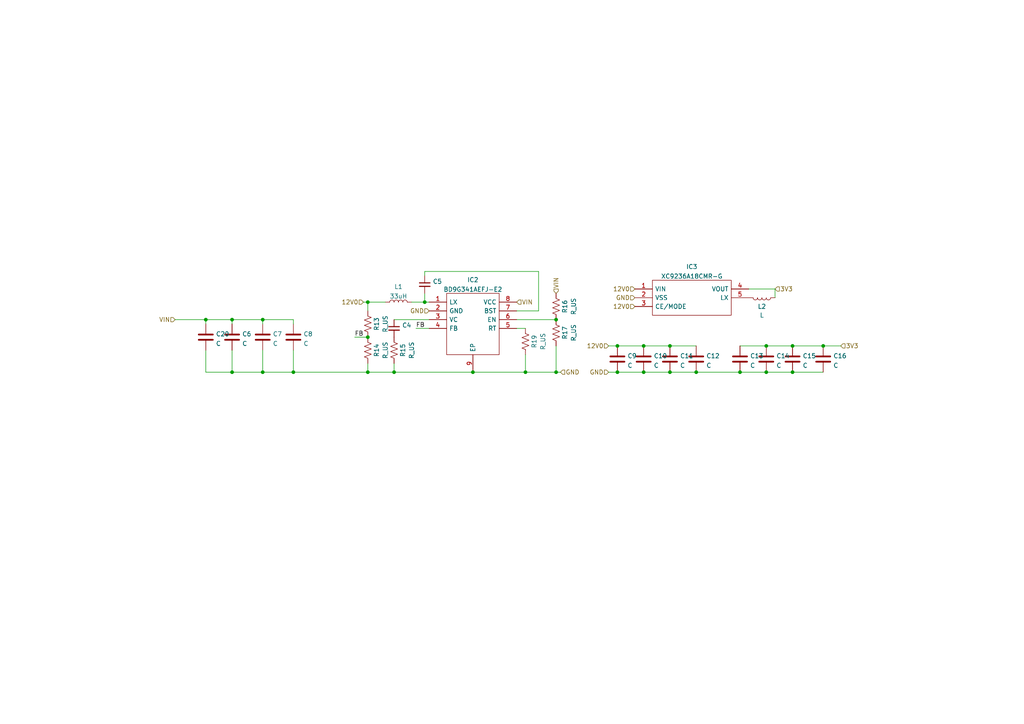
<source format=kicad_sch>
(kicad_sch (version 20211123) (generator eeschema)
  (paper "A4")
  (lib_symbols
    (symbol "Device:C" (pin_numbers hide) (pin_names (offset 0.254))
      (property "Reference" "C" (at 0.635 2.54 0))
      (property "Value" "C" (at 0.635 -2.54 0))
      (symbol "C_0_1"
        (polyline (pts (xy -2.032 -0.762) (xy 2.032 -0.762)) (stroke (width 0.508)))
        (polyline (pts (xy -2.032 0.762) (xy 2.032 0.762)) (stroke (width 0.508)))
      )
      (symbol "C_1_1"
        (pin passive line (at 0 3.81 270) (length 2.794) (name "~") (number "1"))
        (pin passive line (at 0 -3.81 90) (length 2.794) (name "~") (number "2"))
      )
    )
    (symbol "Device:C_Small" (pin_numbers hide) (pin_names (offset 0.254) hide)
      (property "Reference" "C" (at 0.254 1.778 0))
      (property "Value" "C_Small" (at 0.254 -2.032 0))
      (symbol "C_Small_0_1"
        (polyline (pts (xy -1.524 -0.508) (xy 1.524 -0.508)) (stroke (width 0.3302)))
        (polyline (pts (xy -1.524 0.508) (xy 1.524 0.508)) (stroke (width 0.3048)))
      )
      (symbol "C_Small_1_1"
        (pin passive line (at 0 2.54 270) (length 2.032) (name "~") (number "1"))
        (pin passive line (at 0 -2.54 90) (length 2.032) (name "~") (number "2"))
      )
    )
    (symbol "Device:L" (pin_numbers hide) (pin_names (offset 1.016) hide)
      (property "Reference" "L" (at -1.27 0 90))
      (property "Value" "L" (at 1.905 0 90))
      (symbol "L_0_1"
        (arc (start 0 -2.54) (mid 0.635 -1.905) (end 0 -1.27))
        (arc (start 0 -1.27) (mid 0.635 -0.635) (end 0 0))
        (arc (start 0 0) (mid 0.635 0.635) (end 0 1.27))
        (arc (start 0 1.27) (mid 0.635 1.905) (end 0 2.54))
      )
      (symbol "L_1_1"
        (pin passive line (at 0 3.81 270) (length 1.27) (name "1") (number "1"))
        (pin passive line (at 0 -3.81 90) (length 1.27) (name "2") (number "2"))
      )
    )
    (symbol "Device:R_US" (pin_numbers hide) (pin_names (offset 0))
      (property "Reference" "R" (at 2.54 0 90))
      (property "Value" "R_US" (at -2.54 0 90))
      (symbol "R_US_0_1"
        (polyline (pts (xy 0 -2.286) (xy 0 -2.54)))
        (polyline (pts (xy 0 2.286) (xy 0 2.54)))
        (polyline (pts (xy 0 -0.762) (xy 1.016 -1.143) (xy 0 -1.524) (xy -1.016 -1.905) (xy 0 -2.286)))
        (polyline (pts (xy 0 0.762) (xy 1.016 0.381) (xy 0 0) (xy -1.016 -0.381) (xy 0 -0.762)))
        (polyline (pts (xy 0 2.286) (xy 1.016 1.905) (xy 0 1.524) (xy -1.016 1.143) (xy 0 0.762)))
      )
      (symbol "R_US_1_1"
        (pin passive line (at 0 3.81 270) (length 1.27) (name "~") (number "1"))
        (pin passive line (at 0 -3.81 90) (length 1.27) (name "~") (number "2"))
      )
    )
    (symbol "SamacSys_Parts:BD9G341AEFJ-E2" (pin_names (offset 0.762))
      (property "Reference" "IC" (at 21.59 7.62 0))
      (property "Value" "BD9G341AEFJ-E2" (at 21.59 5.08 0))
      (symbol "BD9G341AEFJ-E2_0_0"
        (pin passive line (at 0 0 0) (length 5.08) (name "LX") (number "1"))
        (pin passive line (at 0 -2.54 0) (length 5.08) (name "GND") (number "2"))
        (pin passive line (at 0 -5.08 0) (length 5.08) (name "VC") (number "3"))
        (pin passive line (at 0 -7.62 0) (length 5.08) (name "FB") (number "4"))
        (pin passive line (at 25.4 -7.62 180) (length 5.08) (name "RT") (number "5"))
        (pin passive line (at 25.4 -5.08 180) (length 5.08) (name "EN") (number "6"))
        (pin passive line (at 25.4 -2.54 180) (length 5.08) (name "BST") (number "7"))
        (pin passive line (at 25.4 0 180) (length 5.08) (name "VCC") (number "8"))
        (pin passive line (at 12.7 -20.32 90) (length 5.08) (name "EP") (number "9"))
      )
      (symbol "BD9G341AEFJ-E2_0_1"
        (polyline (pts (xy 5.08 2.54) (xy 20.32 2.54) (xy 20.32 -15.24) (xy 5.08 -15.24) (xy 5.08 2.54)) (stroke (width 0.1524)))
      )
    )
    (symbol "SamacSys_Parts:XC9236A18CMR-G" (pin_names (offset 0.762))
      (property "Reference" "IC" (at 29.21 7.62 0))
      (property "Value" "XC9236A18CMR-G" (at 29.21 5.08 0))
      (symbol "XC9236A18CMR-G_0_0"
        (pin passive line (at 0 0 0) (length 5.08) (name "VIN") (number "1"))
        (pin passive line (at 0 -2.54 0) (length 5.08) (name "VSS") (number "2"))
        (pin passive line (at 0 -5.08 0) (length 5.08) (name "CE/MODE") (number "3"))
        (pin passive line (at 33.02 0 180) (length 5.08) (name "VOUT") (number "4"))
        (pin passive line (at 33.02 -2.54 180) (length 5.08) (name "LX") (number "5"))
      )
      (symbol "XC9236A18CMR-G_0_1"
        (polyline (pts (xy 5.08 2.54) (xy 27.94 2.54) (xy 27.94 -7.62) (xy 5.08 -7.62) (xy 5.08 2.54)) (stroke (width 0.1524)))
      )
    )
  )
  (junction (at 179.07 100.33))
  (junction (at 229.87 107.95))
  (junction (at 179.07 107.95))
  (junction (at 76.2 92.71))
  (junction (at 137.16 107.95))
  (junction (at 186.69 107.95))
  (junction (at 161.29 92.71))
  (junction (at 106.68 87.63))
  (junction (at 214.63 107.95))
  (junction (at 161.29 107.95))
  (junction (at 67.31 92.71))
  (junction (at 106.68 97.79))
  (junction (at 222.25 107.95))
  (junction (at 238.76 100.33))
  (junction (at 114.3 107.95))
  (junction (at 123.19 87.63))
  (junction (at 106.68 107.95))
  (junction (at 229.87 100.33))
  (junction (at 222.25 100.33))
  (junction (at 152.4 107.95))
  (junction (at 194.31 100.33))
  (junction (at 67.31 107.95))
  (junction (at 59.69 92.71))
  (junction (at 85.09 107.95))
  (junction (at 194.31 107.95))
  (junction (at 201.93 107.95))
  (junction (at 186.69 100.33))
  (junction (at 76.2 107.95))
  (wire (pts (xy 214.63 107.95) (xy 222.25 107.95)))
  (wire (pts (xy 85.09 92.71) (xy 76.2 92.71)))
  (wire (pts (xy 124.46 95.25) (xy 120.65 95.25)))
  (wire (pts (xy 85.09 93.98) (xy 85.09 92.71)))
  (wire (pts (xy 224.79 86.36) (xy 224.79 83.82)))
  (wire (pts (xy 123.19 87.63) (xy 124.46 87.63)))
  (wire (pts (xy 106.68 87.63) (xy 111.76 87.63)))
  (wire (pts (xy 76.2 92.71) (xy 67.31 92.71)))
  (wire (pts (xy 67.31 107.95) (xy 59.69 107.95)))
  (wire (pts (xy 67.31 92.71) (xy 67.31 93.98)))
  (wire (pts (xy 162.56 107.95) (xy 161.29 107.95)))
  (wire (pts (xy 76.2 93.98) (xy 76.2 92.71)))
  (wire (pts (xy 106.68 107.95) (xy 106.68 105.41)))
  (wire (pts (xy 105.41 87.63) (xy 106.68 87.63)))
  (wire (pts (xy 194.31 100.33) (xy 201.93 100.33)))
  (wire (pts (xy 149.86 92.71) (xy 161.29 92.71)))
  (wire (pts (xy 137.16 107.95) (xy 152.4 107.95)))
  (wire (pts (xy 194.31 107.95) (xy 201.93 107.95)))
  (wire (pts (xy 152.4 95.25) (xy 149.86 95.25)))
  (wire (pts (xy 201.93 107.95) (xy 214.63 107.95)))
  (wire (pts (xy 67.31 101.6) (xy 67.31 107.95)))
  (wire (pts (xy 137.16 107.95) (xy 114.3 107.95)))
  (wire (pts (xy 119.38 87.63) (xy 123.19 87.63)))
  (wire (pts (xy 59.69 101.6) (xy 59.69 107.95)))
  (wire (pts (xy 222.25 100.33) (xy 229.87 100.33)))
  (wire (pts (xy 76.2 107.95) (xy 85.09 107.95)))
  (wire (pts (xy 67.31 107.95) (xy 76.2 107.95)))
  (wire (pts (xy 156.21 90.17) (xy 156.21 78.74)))
  (wire (pts (xy 156.21 78.74) (xy 123.19 78.74)))
  (wire (pts (xy 50.8 92.71) (xy 59.69 92.71)))
  (wire (pts (xy 114.3 107.95) (xy 114.3 105.41)))
  (wire (pts (xy 149.86 90.17) (xy 156.21 90.17)))
  (wire (pts (xy 161.29 107.95) (xy 152.4 107.95)))
  (wire (pts (xy 106.68 90.17) (xy 106.68 87.63)))
  (wire (pts (xy 186.69 107.95) (xy 194.31 107.95)))
  (wire (pts (xy 217.17 83.82) (xy 224.79 83.82)))
  (wire (pts (xy 161.29 100.33) (xy 161.29 107.95)))
  (wire (pts (xy 85.09 107.95) (xy 106.68 107.95)))
  (wire (pts (xy 179.07 100.33) (xy 186.69 100.33)))
  (wire (pts (xy 124.46 92.71) (xy 114.3 92.71)))
  (wire (pts (xy 229.87 100.33) (xy 238.76 100.33)))
  (wire (pts (xy 123.19 85.09) (xy 123.19 87.63)))
  (wire (pts (xy 106.68 97.79) (xy 102.87 97.79)))
  (wire (pts (xy 238.76 100.33) (xy 243.84 100.33)))
  (wire (pts (xy 85.09 101.6) (xy 85.09 107.95)))
  (wire (pts (xy 59.69 92.71) (xy 67.31 92.71)))
  (wire (pts (xy 59.69 93.98) (xy 59.69 92.71)))
  (wire (pts (xy 179.07 100.33) (xy 176.53 100.33)))
  (wire (pts (xy 214.63 100.33) (xy 222.25 100.33)))
  (wire (pts (xy 179.07 107.95) (xy 176.53 107.95)))
  (wire (pts (xy 179.07 107.95) (xy 186.69 107.95)))
  (wire (pts (xy 152.4 107.95) (xy 152.4 102.87)))
  (wire (pts (xy 222.25 107.95) (xy 229.87 107.95)))
  (wire (pts (xy 186.69 100.33) (xy 194.31 100.33)))
  (wire (pts (xy 123.19 78.74) (xy 123.19 80.01)))
  (wire (pts (xy 229.87 107.95) (xy 238.76 107.95)))
  (wire (pts (xy 76.2 101.6) (xy 76.2 107.95)))
  (wire (pts (xy 114.3 107.95) (xy 106.68 107.95)))
  (label "FB" (at 102.87 97.79 0))
  (label "FB" (at 120.65 95.25 0))
  (hierarchical_label "12V0" (shape input) (at 184.15 83.82 180))
  (hierarchical_label "GND" (shape input) (at 124.46 90.17 180))
  (hierarchical_label "12V0" (shape input) (at 176.53 100.33 180))
  (hierarchical_label "3V3" (shape input) (at 243.84 100.33 0))
  (hierarchical_label "3V3" (shape input) (at 224.79 83.82 0))
  (hierarchical_label "VIN" (shape input) (at 161.29 85.09 90))
  (hierarchical_label "GND" (shape input) (at 184.15 86.36 180))
  (hierarchical_label "VIN" (shape input) (at 50.8 92.71 180))
  (hierarchical_label "GND" (shape input) (at 162.56 107.95 0))
  (hierarchical_label "GND" (shape input) (at 176.53 107.95 180))
  (hierarchical_label "VIN" (shape input) (at 149.86 87.63 0))
  (hierarchical_label "12V0" (shape input) (at 105.41 87.63 180))
  (hierarchical_label "12V0" (shape input) (at 184.15 88.9 180))
  (symbol (lib_id "Device:R_US") (at 114.3 101.6 180) (unit 1)
    (property "Reference" "R15" (at 116.84 101.6 90))
    (property "Value" "R_US" (at 119.38 101.6 90))
    (property "Footprint" "Resistor_SMD:R_0603_1608Metric" (effects hide))
  )
  (symbol (lib_id "SamacSys_Parts:XC9236A18CMR-G") (at 184.15 83.82 0) (unit 1)
    (property "Reference" "IC3" (at 200.66 77.3643 0))
    (property "Value" "XC9236A18CMR-G" (at 200.66 80.1394 0))
    (property "Footprint" "SOT95P280X130-5N" (effects hide))
    (property "Datasheet" "https://www.torexsemi.com/file/xc9235/XC9235-XC9236-XC9237.pdf" (effects hide))
    (property "Description" "Switching Voltage Regulators 600mA PFM/PWM DCDC Converter" (effects hide))
    (property "Height" "1.3" (effects hide))
    (property "Mouser Part Number" "865-XC9236A18CMR-G" (effects hide))
    (property "Mouser Price/Stock" "https://www.mouser.co.uk/ProductDetail/Torex-Semiconductor/XC9236A18CMR-G?qs=AsjdqWjXhJ%2FQrVEHLl1kEA%3D%3D" (effects hide))
    (property "Manufacturer_Name" "Torex" (effects hide))
    (property "Manufacturer_Part_Number" "XC9236A18CMR-G" (effects hide))
  )
  (symbol (lib_id "Device:R_US") (at 152.4 99.06 180) (unit 1)
    (property "Reference" "R19" (at 154.94 99.06 90))
    (property "Value" "R_US" (at 157.48 99.06 90))
    (property "Footprint" "Resistor_SMD:R_0603_1608Metric" (effects hide))
  )
  (symbol (lib_id "Device:C") (at 179.07 104.14 0) (unit 1)
    (property "Reference" "C9" (at 181.991 103.2315 0) (effects (justify left)))
    (property "Value" "C" (at 181.991 106.0066 0) (effects (justify left)))
    (property "Footprint" "Capacitor_SMD:C_0603_1608Metric" (effects hide))
  )
  (symbol (lib_id "Device:C") (at 67.31 97.79 0) (unit 1)
    (property "Reference" "C6" (at 70.231 96.8815 0) (effects (justify left)))
    (property "Value" "C" (at 70.231 99.6566 0) (effects (justify left)))
    (property "Footprint" "Capacitor_SMD:C_1210_3225Metric" (effects hide))
  )
  (symbol (lib_id "Device:R_US") (at 161.29 96.52 180) (unit 1)
    (property "Reference" "R17" (at 163.83 96.52 90))
    (property "Value" "R_US" (at 166.37 96.52 90))
    (property "Footprint" "Resistor_SMD:R_0603_1608Metric" (effects hide))
  )
  (symbol (lib_id "Device:R_US") (at 106.68 101.6 180) (unit 1)
    (property "Reference" "R14" (at 109.22 101.6 90))
    (property "Value" "R_US" (at 111.76 101.6 90))
    (property "Footprint" "Resistor_SMD:R_0603_1608Metric" (effects hide))
  )
  (symbol (lib_id "Device:C_Small") (at 114.3 95.25 0) (unit 1)
    (property "Reference" "C4" (at 116.6241 94.3478 0) (effects (justify left)))
    (property "Value" ".1uF" (effects hide))
    (property "Footprint" "Diode_SMD:D_0603_1608Metric" (effects hide))
  )
  (symbol (lib_id "Device:C") (at 238.76 104.14 0) (unit 1)
    (property "Reference" "C16" (at 241.681 103.2315 0) (effects (justify left)))
    (property "Value" "C" (at 241.681 106.0066 0) (effects (justify left)))
    (property "Footprint" "Capacitor_SMD:C_0603_1608Metric" (effects hide))
  )
  (symbol (lib_id "Device:C") (at 186.69 104.14 0) (unit 1)
    (property "Reference" "C10" (at 189.611 103.2315 0) (effects (justify left)))
    (property "Value" "C" (at 189.611 106.0066 0) (effects (justify left)))
    (property "Footprint" "Capacitor_SMD:C_0603_1608Metric" (effects hide))
  )
  (symbol (lib_id "Device:C") (at 214.63 104.14 0) (unit 1)
    (property "Reference" "C13" (at 217.551 103.2315 0) (effects (justify left)))
    (property "Value" "C" (at 217.551 106.0066 0) (effects (justify left)))
    (property "Footprint" "Capacitor_SMD:C_0603_1608Metric" (effects hide))
  )
  (symbol (lib_id "Device:C") (at 229.87 104.14 0) (unit 1)
    (property "Reference" "C15" (at 232.791 103.2315 0) (effects (justify left)))
    (property "Value" "C" (at 232.791 106.0066 0) (effects (justify left)))
    (property "Footprint" "Capacitor_SMD:C_0603_1608Metric" (effects hide))
  )
  (symbol (lib_id "Device:C") (at 76.2 97.79 0) (unit 1)
    (property "Reference" "C7" (at 79.121 96.8815 0) (effects (justify left)))
    (property "Value" "C" (at 79.121 99.6566 0) (effects (justify left)))
    (property "Footprint" "Capacitor_SMD:C_1210_3225Metric" (effects hide))
  )
  (symbol (lib_id "Device:C") (at 59.69 97.79 0) (unit 1)
    (property "Reference" "C20" (at 62.611 96.8815 0) (effects (justify left)))
    (property "Value" "C" (at 62.611 99.6566 0) (effects (justify left)))
    (property "Footprint" "Capacitor_SMD:C_1210_3225Metric" (effects hide))
  )
  (symbol (lib_id "Device:C") (at 201.93 104.14 0) (unit 1)
    (property "Reference" "C12" (at 204.851 103.2315 0) (effects (justify left)))
    (property "Value" "C" (at 204.851 106.0066 0) (effects (justify left)))
    (property "Footprint" "Capacitor_SMD:C_0603_1608Metric" (effects hide))
  )
  (symbol (lib_id "Device:C") (at 194.31 104.14 0) (unit 1)
    (property "Reference" "C11" (at 197.231 103.2315 0) (effects (justify left)))
    (property "Value" "C" (at 197.231 106.0066 0) (effects (justify left)))
    (property "Footprint" "Capacitor_SMD:C_0603_1608Metric" (effects hide))
  )
  (symbol (lib_id "Device:L") (at 115.57 87.63 90) (unit 1)
    (property "Reference" "L1" (at 115.57 83.1555 90))
    (property "Value" "33uH" (at 115.57 85.9306 90))
    (property "Footprint" "Inductor_SMD:L_Taiyo-Yuden_NR-60xx" (effects hide))
  )
  (symbol (lib_id "Device:R_US") (at 106.68 93.98 180) (unit 1)
    (property "Reference" "R13" (at 109.22 93.98 90))
    (property "Value" "R_US" (at 111.76 93.98 90))
    (property "Footprint" "Resistor_SMD:R_0603_1608Metric" (effects hide))
  )
  (symbol (lib_id "Device:L") (at 220.98 86.36 270) (unit 1)
    (property "Reference" "L2" (at 220.98 88.9 90))
    (property "Value" "L" (at 220.98 91.44 90))
    (property "Footprint" "Inductor_SMD:L_1206_3216Metric" (effects hide))
  )
  (symbol (lib_id "Device:C_Small") (at 123.19 82.55 0) (unit 1)
    (property "Reference" "C5" (at 125.5141 81.6478 0) (effects (justify left)))
    (property "Value" ".1uF" (effects hide))
    (property "Footprint" "Diode_SMD:D_0603_1608Metric" (effects hide))
  )
  (symbol (lib_id "SamacSys_Parts:BD9G341AEFJ-E2") (at 124.46 87.63 0) (unit 1)
    (property "Reference" "IC2" (at 137.16 81.1743 0))
    (property "Value" "BD9G341AEFJ-E2" (at 137.16 83.9494 0))
    (property "Footprint" "SOIC127P600X100-9N" (effects hide))
    (property "Description" "Buck Converter,Adj,3A,HTSOP-J8 ROHM BD9G341AEFJ-E2, Buck Converter, 3A, Adjustable, Minimum of 1 V, 8-Pin HTSOP-J" (effects hide))
    (property "Height" "1" (effects hide))
    (property "Mouser Part Number" "755-BD9G341AEFJ-E2" (effects hide))
    (property "Mouser Price/Stock" "https://www.mouser.co.uk/ProductDetail/ROHM-Semiconductor/BD9G341AEFJ-E2?qs=QAyGIF%2FqoJ3bpHaAdhZZ7Q%3D%3D" (effects hide))
    (property "Manufacturer_Name" "ROHM Semiconductor" (effects hide))
    (property "Manufacturer_Part_Number" "BD9G341AEFJ-E2" (effects hide))
  )
  (symbol (lib_id "Device:R_US") (at 161.29 88.9 180) (unit 1)
    (property "Reference" "R16" (at 163.83 88.9 90))
    (property "Value" "R_US" (at 166.37 88.9 90))
    (property "Footprint" "Resistor_SMD:R_0603_1608Metric" (effects hide))
  )
  (symbol (lib_id "Device:C") (at 222.25 104.14 0) (unit 1)
    (property "Reference" "C14" (at 225.171 103.2315 0) (effects (justify left)))
    (property "Value" "C" (at 225.171 106.0066 0) (effects (justify left)))
    (property "Footprint" "Capacitor_SMD:C_0603_1608Metric" (effects hide))
  )
  (symbol (lib_id "Device:C") (at 85.09 97.79 0) (unit 1)
    (property "Reference" "C8" (at 88.011 96.8815 0) (effects (justify left)))
    (property "Value" "C" (at 88.011 99.6566 0) (effects (justify left)))
    (property "Footprint" "Capacitor_SMD:C_1210_3225Metric" (effects hide))
  )
)
</source>
